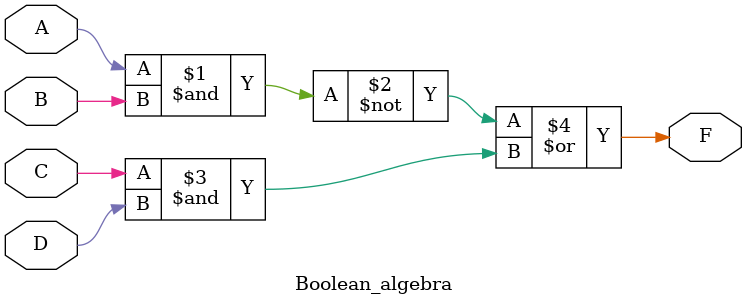
<source format=v>
module Boolean_algebra(
    input A,
    input B,
    input C,
    input D,
    output F
);

assign F = ~(A & B) | (C & D);

endmodule

</source>
